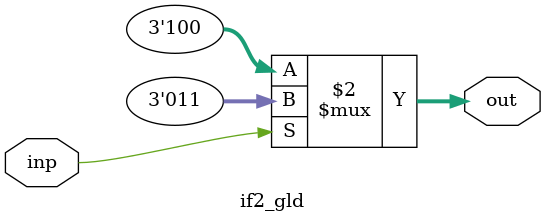
<source format=v>
module if2_gld (
  input        inp, 
  output [2:0] out
);

assign out = inp == 0 ? 3'd4 : 3'd3;

endmodule

</source>
